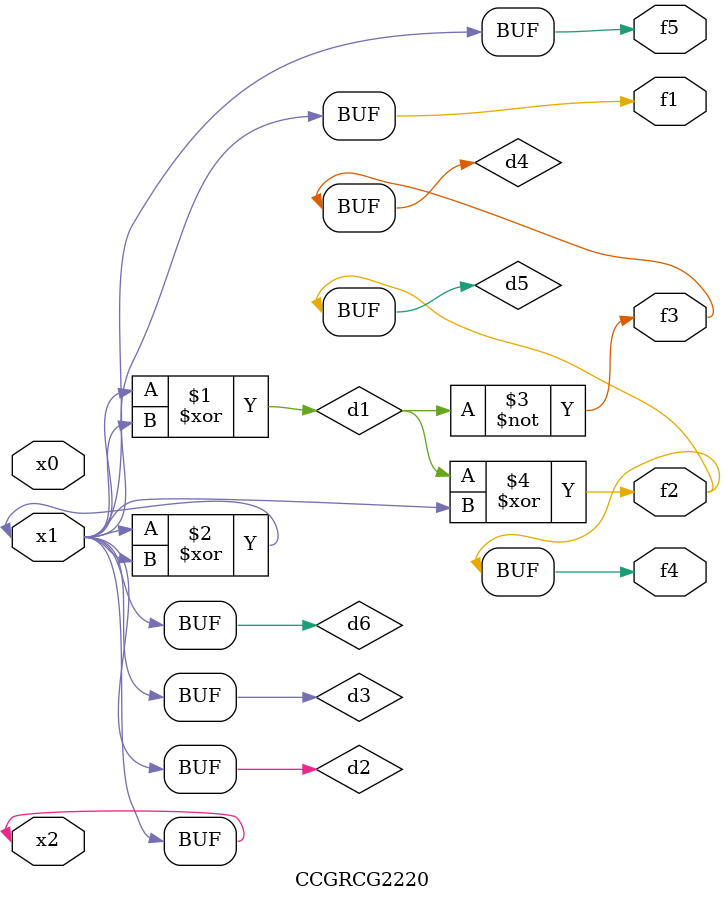
<source format=v>
module CCGRCG2220(
	input x0, x1, x2,
	output f1, f2, f3, f4, f5
);

	wire d1, d2, d3, d4, d5, d6;

	xor (d1, x1, x2);
	buf (d2, x1, x2);
	xor (d3, x1, x2);
	nor (d4, d1);
	xor (d5, d1, d2);
	buf (d6, d2, d3);
	assign f1 = d6;
	assign f2 = d5;
	assign f3 = d4;
	assign f4 = d5;
	assign f5 = d6;
endmodule

</source>
